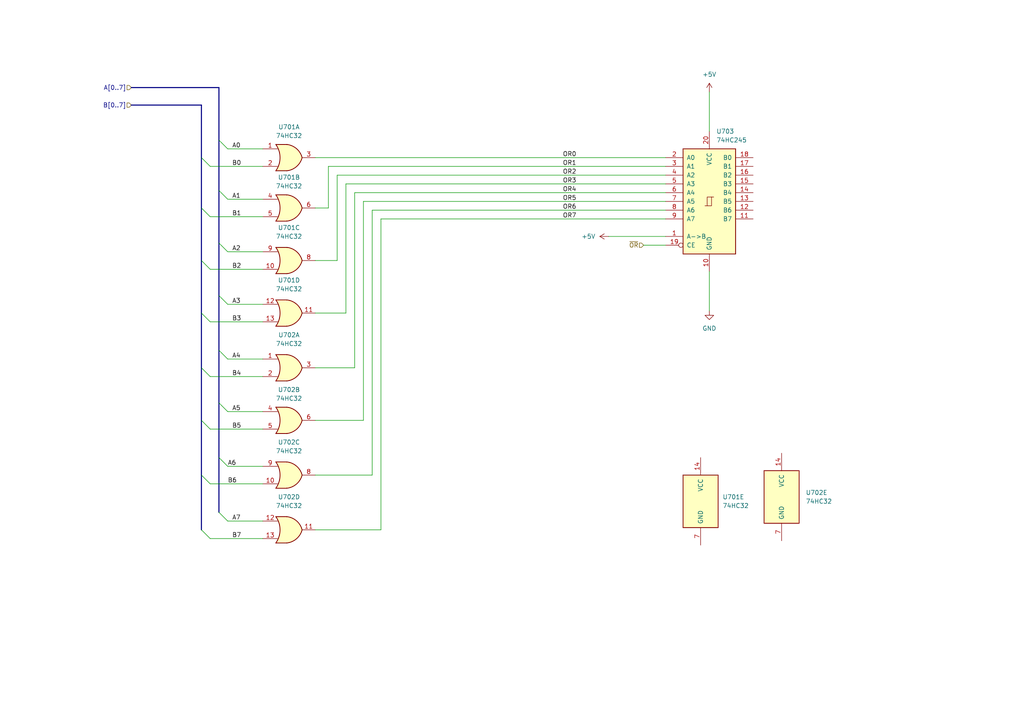
<source format=kicad_sch>
(kicad_sch (version 20211123) (generator eeschema)
  (paper "A4")
  (lib_symbols
    (symbol "74xx:74HC245" (pin_names (offset 1.016))
      (property "Reference" "U" (at -7.62 16.51 0))
      (property "Value" "74HC245" (at -7.62 -16.51 0))
      (symbol "74HC245_1_0"
        (polyline (pts (xy -0.635 -1.27) (xy -0.635 1.27) (xy 0.635 1.27)))
        (polyline (pts (xy -1.27 -1.27) (xy 0.635 -1.27) (xy 0.635 1.27) (xy 1.27 1.27)))
        (pin input line (at -12.7 -10.16 0) (length 5.08) (name "A->B") (number "1"))
        (pin power_in line (at 0 -20.32 90) (length 5.08) (name "GND") (number "10"))
        (pin tri_state line (at 12.7 -5.08 180) (length 5.08) (name "B7") (number "11"))
        (pin tri_state line (at 12.7 -2.54 180) (length 5.08) (name "B6") (number "12"))
        (pin tri_state line (at 12.7 0 180) (length 5.08) (name "B5") (number "13"))
        (pin tri_state line (at 12.7 2.54 180) (length 5.08) (name "B4") (number "14"))
        (pin tri_state line (at 12.7 5.08 180) (length 5.08) (name "B3") (number "15"))
        (pin tri_state line (at 12.7 7.62 180) (length 5.08) (name "B2") (number "16"))
        (pin tri_state line (at 12.7 10.16 180) (length 5.08) (name "B1") (number "17"))
        (pin tri_state line (at 12.7 12.7 180) (length 5.08) (name "B0") (number "18"))
        (pin input inverted (at -12.7 -12.7 0) (length 5.08) (name "CE") (number "19"))
        (pin tri_state line (at -12.7 12.7 0) (length 5.08) (name "A0") (number "2"))
        (pin power_in line (at 0 20.32 270) (length 5.08) (name "VCC") (number "20"))
        (pin tri_state line (at -12.7 10.16 0) (length 5.08) (name "A1") (number "3"))
        (pin tri_state line (at -12.7 7.62 0) (length 5.08) (name "A2") (number "4"))
        (pin tri_state line (at -12.7 5.08 0) (length 5.08) (name "A3") (number "5"))
        (pin tri_state line (at -12.7 2.54 0) (length 5.08) (name "A4") (number "6"))
        (pin tri_state line (at -12.7 0 0) (length 5.08) (name "A5") (number "7"))
        (pin tri_state line (at -12.7 -2.54 0) (length 5.08) (name "A6") (number "8"))
        (pin tri_state line (at -12.7 -5.08 0) (length 5.08) (name "A7") (number "9"))
      )
      (symbol "74HC245_1_1"
        (rectangle (start -7.62 15.24) (end 7.62 -15.24) (stroke (width 0.254)) (fill (type background)))
      )
    )
    (symbol "74xx:74LS32" (pin_names (offset 1.016))
      (property "Reference" "U" (at 0 1.27 0))
      (property "Value" "74LS32" (at 0 -1.27 0))
      (symbol "74LS32_1_1"
        (arc (start -3.81 -3.81) (mid -2.589 0) (end -3.81 3.81) (stroke (width 0.254)))
        (arc (start -0.6096 -3.81) (mid 2.1842 -2.5851) (end 3.81 0) (stroke (width 0.254)) (fill (type background)))
        (polyline (pts (xy -3.81 -3.81) (xy -0.635 -3.81)) (stroke (width 0.254)) (fill (type background)))
        (polyline (pts (xy -3.81 3.81) (xy -0.635 3.81)) (stroke (width 0.254)) (fill (type background)))
        (polyline (pts (xy -0.635 3.81) (xy -3.81 3.81) (xy -3.81 3.81) (xy -3.556 3.4036) (xy -3.0226 2.2606) (xy -2.6924 1.0414) (xy -2.6162 -0.254) (xy -2.7686 -1.4986) (xy -3.175 -2.7178) (xy -3.81 -3.81) (xy -3.81 -3.81) (xy -0.635 -3.81)) (stroke (width -25.4)) (fill (type background)))
        (arc (start 3.81 0) (mid 2.1915 2.5936) (end -0.6096 3.81) (stroke (width 0.254)) (fill (type background)))
        (pin input line (at -7.62 2.54 0) (length 4.318) (name "~") (number "1"))
        (pin input line (at -7.62 -2.54 0) (length 4.318) (name "~") (number "2"))
        (pin output line (at 7.62 0 180) (length 3.81) (name "~") (number "3"))
      )
      (symbol "74LS32_1_2"
        (arc (start 0 -3.81) (mid 3.81 0) (end 0 3.81) (stroke (width 0.254)) (fill (type background)))
        (polyline (pts (xy 0 3.81) (xy -3.81 3.81) (xy -3.81 -3.81) (xy 0 -3.81)) (stroke (width 0.254)) (fill (type background)))
        (pin input inverted (at -7.62 2.54 0) (length 3.81) (name "~") (number "1"))
        (pin input inverted (at -7.62 -2.54 0) (length 3.81) (name "~") (number "2"))
        (pin output inverted (at 7.62 0 180) (length 3.81) (name "~") (number "3"))
      )
      (symbol "74LS32_2_1"
        (arc (start -3.81 -3.81) (mid -2.589 0) (end -3.81 3.81) (stroke (width 0.254)))
        (arc (start -0.6096 -3.81) (mid 2.1842 -2.5851) (end 3.81 0) (stroke (width 0.254)) (fill (type background)))
        (polyline (pts (xy -3.81 -3.81) (xy -0.635 -3.81)) (stroke (width 0.254)) (fill (type background)))
        (polyline (pts (xy -3.81 3.81) (xy -0.635 3.81)) (stroke (width 0.254)) (fill (type background)))
        (polyline (pts (xy -0.635 3.81) (xy -3.81 3.81) (xy -3.81 3.81) (xy -3.556 3.4036) (xy -3.0226 2.2606) (xy -2.6924 1.0414) (xy -2.6162 -0.254) (xy -2.7686 -1.4986) (xy -3.175 -2.7178) (xy -3.81 -3.81) (xy -3.81 -3.81) (xy -0.635 -3.81)) (stroke (width -25.4)) (fill (type background)))
        (arc (start 3.81 0) (mid 2.1915 2.5936) (end -0.6096 3.81) (stroke (width 0.254)) (fill (type background)))
        (pin input line (at -7.62 2.54 0) (length 4.318) (name "~") (number "4"))
        (pin input line (at -7.62 -2.54 0) (length 4.318) (name "~") (number "5"))
        (pin output line (at 7.62 0 180) (length 3.81) (name "~") (number "6"))
      )
      (symbol "74LS32_2_2"
        (arc (start 0 -3.81) (mid 3.81 0) (end 0 3.81) (stroke (width 0.254)) (fill (type background)))
        (polyline (pts (xy 0 3.81) (xy -3.81 3.81) (xy -3.81 -3.81) (xy 0 -3.81)) (stroke (width 0.254)) (fill (type background)))
        (pin input inverted (at -7.62 2.54 0) (length 3.81) (name "~") (number "4"))
        (pin input inverted (at -7.62 -2.54 0) (length 3.81) (name "~") (number "5"))
        (pin output inverted (at 7.62 0 180) (length 3.81) (name "~") (number "6"))
      )
      (symbol "74LS32_3_1"
        (arc (start -3.81 -3.81) (mid -2.589 0) (end -3.81 3.81) (stroke (width 0.254)))
        (arc (start -0.6096 -3.81) (mid 2.1842 -2.5851) (end 3.81 0) (stroke (width 0.254)) (fill (type background)))
        (polyline (pts (xy -3.81 -3.81) (xy -0.635 -3.81)) (stroke (width 0.254)) (fill (type background)))
        (polyline (pts (xy -3.81 3.81) (xy -0.635 3.81)) (stroke (width 0.254)) (fill (type background)))
        (polyline (pts (xy -0.635 3.81) (xy -3.81 3.81) (xy -3.81 3.81) (xy -3.556 3.4036) (xy -3.0226 2.2606) (xy -2.6924 1.0414) (xy -2.6162 -0.254) (xy -2.7686 -1.4986) (xy -3.175 -2.7178) (xy -3.81 -3.81) (xy -3.81 -3.81) (xy -0.635 -3.81)) (stroke (width -25.4)) (fill (type background)))
        (arc (start 3.81 0) (mid 2.1915 2.5936) (end -0.6096 3.81) (stroke (width 0.254)) (fill (type background)))
        (pin input line (at -7.62 -2.54 0) (length 4.318) (name "~") (number "10"))
        (pin output line (at 7.62 0 180) (length 3.81) (name "~") (number "8"))
        (pin input line (at -7.62 2.54 0) (length 4.318) (name "~") (number "9"))
      )
      (symbol "74LS32_3_2"
        (arc (start 0 -3.81) (mid 3.81 0) (end 0 3.81) (stroke (width 0.254)) (fill (type background)))
        (polyline (pts (xy 0 3.81) (xy -3.81 3.81) (xy -3.81 -3.81) (xy 0 -3.81)) (stroke (width 0.254)) (fill (type background)))
        (pin input inverted (at -7.62 -2.54 0) (length 3.81) (name "~") (number "10"))
        (pin output inverted (at 7.62 0 180) (length 3.81) (name "~") (number "8"))
        (pin input inverted (at -7.62 2.54 0) (length 3.81) (name "~") (number "9"))
      )
      (symbol "74LS32_4_1"
        (arc (start -3.81 -3.81) (mid -2.589 0) (end -3.81 3.81) (stroke (width 0.254)))
        (arc (start -0.6096 -3.81) (mid 2.1842 -2.5851) (end 3.81 0) (stroke (width 0.254)) (fill (type background)))
        (polyline (pts (xy -3.81 -3.81) (xy -0.635 -3.81)) (stroke (width 0.254)) (fill (type background)))
        (polyline (pts (xy -3.81 3.81) (xy -0.635 3.81)) (stroke (width 0.254)) (fill (type background)))
        (polyline (pts (xy -0.635 3.81) (xy -3.81 3.81) (xy -3.81 3.81) (xy -3.556 3.4036) (xy -3.0226 2.2606) (xy -2.6924 1.0414) (xy -2.6162 -0.254) (xy -2.7686 -1.4986) (xy -3.175 -2.7178) (xy -3.81 -3.81) (xy -3.81 -3.81) (xy -0.635 -3.81)) (stroke (width -25.4)) (fill (type background)))
        (arc (start 3.81 0) (mid 2.1915 2.5936) (end -0.6096 3.81) (stroke (width 0.254)) (fill (type background)))
        (pin output line (at 7.62 0 180) (length 3.81) (name "~") (number "11"))
        (pin input line (at -7.62 2.54 0) (length 4.318) (name "~") (number "12"))
        (pin input line (at -7.62 -2.54 0) (length 4.318) (name "~") (number "13"))
      )
      (symbol "74LS32_4_2"
        (arc (start 0 -3.81) (mid 3.81 0) (end 0 3.81) (stroke (width 0.254)) (fill (type background)))
        (polyline (pts (xy 0 3.81) (xy -3.81 3.81) (xy -3.81 -3.81) (xy 0 -3.81)) (stroke (width 0.254)) (fill (type background)))
        (pin output inverted (at 7.62 0 180) (length 3.81) (name "~") (number "11"))
        (pin input inverted (at -7.62 2.54 0) (length 3.81) (name "~") (number "12"))
        (pin input inverted (at -7.62 -2.54 0) (length 3.81) (name "~") (number "13"))
      )
      (symbol "74LS32_5_0"
        (pin power_in line (at 0 12.7 270) (length 5.08) (name "VCC") (number "14"))
        (pin power_in line (at 0 -12.7 90) (length 5.08) (name "GND") (number "7"))
      )
      (symbol "74LS32_5_1"
        (rectangle (start -5.08 7.62) (end 5.08 -7.62) (stroke (width 0.254)) (fill (type background)))
      )
    )
    (symbol "power:+5V" (power) (pin_names (offset 0))
      (property "Value" "+5V" (at 0 3.556 0))
      (symbol "+5V_0_1"
        (polyline (pts (xy -0.762 1.27) (xy 0 2.54)))
        (polyline (pts (xy 0 0) (xy 0 2.54)))
        (polyline (pts (xy 0 2.54) (xy 0.762 1.27)))
      )
      (symbol "+5V_1_1"
        (pin power_in line (at 0 0 90) (length 0) hide (name "+5V") (number "1"))
      )
    )
    (symbol "power:GND" (power) (pin_names (offset 0))
      (property "Value" "GND" (at 0 -3.81 0))
      (symbol "GND_0_1"
        (polyline (pts (xy 0 0) (xy 0 -1.27) (xy 1.27 -1.27) (xy 0 -2.54) (xy -1.27 -1.27) (xy 0 -1.27)))
      )
      (symbol "GND_1_1"
        (pin power_in line (at 0 0 270) (length 0) hide (name "GND") (number "1"))
      )
    )
  )
  (bus_entry (at 63.5 70.485) (size 2.54 2.54))
  (bus_entry (at 58.42 106.68) (size 2.54 2.54))
  (bus_entry (at 63.5 55.245) (size 2.54 2.54))
  (bus_entry (at 63.5 40.64) (size 2.54 2.54))
  (bus_entry (at 58.42 137.795) (size 2.54 2.54))
  (bus_entry (at 63.5 132.715) (size 2.54 2.54))
  (bus_entry (at 58.42 75.565) (size 2.54 2.54))
  (bus_entry (at 58.42 60.325) (size 2.54 2.54))
  (bus_entry (at 63.5 116.84) (size 2.54 2.54))
  (bus_entry (at 63.5 148.59) (size 2.54 2.54))
  (bus_entry (at 58.42 153.67) (size 2.54 2.54))
  (bus_entry (at 58.42 121.92) (size 2.54 2.54))
  (bus_entry (at 58.42 45.72) (size 2.54 2.54))
  (bus_entry (at 58.42 90.805) (size 2.54 2.54))
  (bus_entry (at 63.5 85.725) (size 2.54 2.54))
  (bus_entry (at 63.5 101.6) (size 2.54 2.54))
  (wire (pts (xy 91.44 121.92) (xy 105.41 121.92)))
  (wire (pts (xy 91.44 60.325) (xy 95.25 60.325)))
  (wire (pts (xy 66.04 151.13) (xy 76.2 151.13)))
  (bus (pts (xy 63.5 70.485) (xy 63.5 85.725)))
  (wire (pts (xy 105.41 58.42) (xy 193.04 58.42)))
  (bus (pts (xy 58.42 137.795) (xy 58.42 153.67)))
  (bus (pts (xy 58.42 106.68) (xy 58.42 121.92)))
  (bus (pts (xy 38.1 25.4) (xy 63.5 25.4)))
  (wire (pts (xy 60.96 62.865) (xy 76.2 62.865)))
  (wire (pts (xy 107.95 137.795) (xy 91.44 137.795)))
  (bus (pts (xy 58.42 121.92) (xy 58.42 137.795)))
  (wire (pts (xy 205.74 78.74) (xy 205.74 90.17)))
  (bus (pts (xy 58.42 30.48) (xy 58.42 45.72)))
  (wire (pts (xy 91.44 45.72) (xy 193.04 45.72)))
  (wire (pts (xy 60.96 140.335) (xy 76.2 140.335)))
  (bus (pts (xy 58.42 75.565) (xy 58.42 90.805)))
  (bus (pts (xy 63.5 101.6) (xy 63.5 116.84)))
  (wire (pts (xy 60.96 93.345) (xy 76.2 93.345)))
  (wire (pts (xy 102.87 55.88) (xy 193.04 55.88)))
  (bus (pts (xy 63.5 132.715) (xy 63.5 148.59)))
  (wire (pts (xy 105.41 121.92) (xy 105.41 58.42)))
  (wire (pts (xy 66.04 43.18) (xy 76.2 43.18)))
  (wire (pts (xy 60.96 48.26) (xy 76.2 48.26)))
  (wire (pts (xy 110.49 153.67) (xy 110.49 63.5)))
  (wire (pts (xy 102.87 106.68) (xy 91.44 106.68)))
  (wire (pts (xy 66.04 104.14) (xy 76.2 104.14)))
  (wire (pts (xy 100.33 53.34) (xy 100.33 90.805)))
  (bus (pts (xy 58.42 90.805) (xy 58.42 106.68)))
  (wire (pts (xy 60.96 124.46) (xy 76.2 124.46)))
  (bus (pts (xy 58.42 45.72) (xy 58.42 60.325)))
  (wire (pts (xy 107.95 60.96) (xy 193.04 60.96)))
  (wire (pts (xy 60.96 78.105) (xy 76.2 78.105)))
  (wire (pts (xy 91.44 90.805) (xy 100.33 90.805)))
  (wire (pts (xy 100.33 53.34) (xy 193.04 53.34)))
  (wire (pts (xy 95.25 60.325) (xy 95.25 48.26)))
  (wire (pts (xy 97.79 50.8) (xy 97.79 75.565)))
  (wire (pts (xy 102.87 55.88) (xy 102.87 106.68)))
  (bus (pts (xy 38.1 30.48) (xy 58.42 30.48)))
  (wire (pts (xy 66.04 73.025) (xy 76.2 73.025)))
  (bus (pts (xy 63.5 25.4) (xy 63.5 40.64)))
  (wire (pts (xy 110.49 63.5) (xy 193.04 63.5)))
  (wire (pts (xy 186.69 71.12) (xy 193.04 71.12)))
  (wire (pts (xy 176.53 68.58) (xy 193.04 68.58)))
  (wire (pts (xy 66.04 57.785) (xy 76.2 57.785)))
  (bus (pts (xy 63.5 116.84) (xy 63.5 132.715)))
  (bus (pts (xy 63.5 85.725) (xy 63.5 101.6)))
  (bus (pts (xy 63.5 55.245) (xy 63.5 70.485)))
  (wire (pts (xy 97.79 50.8) (xy 193.04 50.8)))
  (wire (pts (xy 66.04 119.38) (xy 76.2 119.38)))
  (wire (pts (xy 60.96 156.21) (xy 76.2 156.21)))
  (bus (pts (xy 63.5 40.64) (xy 63.5 55.245)))
  (wire (pts (xy 95.25 48.26) (xy 193.04 48.26)))
  (wire (pts (xy 107.95 60.96) (xy 107.95 137.795)))
  (wire (pts (xy 66.04 88.265) (xy 76.2 88.265)))
  (wire (pts (xy 91.44 153.67) (xy 110.49 153.67)))
  (bus (pts (xy 58.42 60.325) (xy 58.42 75.565)))
  (wire (pts (xy 60.96 109.22) (xy 76.2 109.22)))
  (wire (pts (xy 66.04 135.255) (xy 76.2 135.255)))
  (wire (pts (xy 205.74 26.67) (xy 205.74 38.1)))
  (wire (pts (xy 91.44 75.565) (xy 97.79 75.565)))
  (label "B3" (at 67.31 93.345 0))
  (label "B5" (at 67.31 124.46 0))
  (label "A2" (at 67.31 73.025 0))
  (label "OR0" (at 163.195 45.72 0))
  (label "A5" (at 67.31 119.38 0))
  (label "A7" (at 67.31 151.13 0))
  (label "B6" (at 66.04 140.335 0))
  (label "A3" (at 67.31 88.265 0))
  (label "B0" (at 67.31 48.26 0))
  (label "A0" (at 67.31 43.18 0))
  (label "A4" (at 67.31 104.14 0))
  (label "OR1" (at 163.195 48.26 0))
  (label "OR6" (at 163.195 60.96 0))
  (label "B2" (at 67.31 78.105 0))
  (label "A1" (at 67.31 57.785 0))
  (label "OR7" (at 163.195 63.5 0))
  (label "B4" (at 67.31 109.22 0))
  (label "OR2" (at 163.195 50.8 0))
  (label "OR4" (at 163.195 55.88 0))
  (label "A6" (at 66.04 135.255 0))
  (label "OR5" (at 163.195 58.42 0))
  (label "OR3" (at 163.195 53.34 0))
  (label "B1" (at 67.31 62.865 0))
  (label "B7" (at 67.31 156.21 0))
  (hierarchical_label "A[0..7]" (shape input) (at 38.1 25.4 180))
  (hierarchical_label "B[0..7]" (shape input) (at 38.1 30.48 180))
  (hierarchical_label "~{OR}" (shape input) (at 186.69 71.12 180))
  (symbol (lib_id "power:+5V") (at 205.74 26.67 0) (unit 1)
    (property "Reference" "#PWR0702" (effects hide))
    (property "Value" "+5V" (at 205.74 21.59 0))
  )
  (symbol (lib_id "74xx:74LS32") (at 83.82 60.325 0) (unit 2)
    (property "Reference" "U701" (at 83.82 51.435 0))
    (property "Value" "74HC32" (at 83.82 53.975 0))
    (property "Footprint" "Package_DIP:DIP-14_W7.62mm_Socket" (effects hide))
    (property "Datasheet" "http://www.ti.com/lit/gpn/sn74LS32" (effects hide))
  )
  (symbol (lib_id "74xx:74LS32") (at 83.82 75.565 0) (unit 3)
    (property "Reference" "U701" (at 83.82 66.04 0))
    (property "Value" "74HC32" (at 83.82 68.58 0))
    (property "Footprint" "Package_DIP:DIP-14_W7.62mm_Socket" (effects hide))
    (property "Datasheet" "http://www.ti.com/lit/gpn/sn74LS32" (effects hide))
  )
  (symbol (lib_id "74xx:74LS32") (at 203.2 145.415 0) (unit 5)
    (property "Reference" "U701" (at 209.55 144.1449 0) (effects (justify left)))
    (property "Value" "74HC32" (at 209.55 146.6849 0) (effects (justify left)))
    (property "Footprint" "Package_DIP:DIP-14_W7.62mm_Socket" (effects hide))
    (property "Datasheet" "http://www.ti.com/lit/gpn/sn74LS32" (effects hide))
  )
  (symbol (lib_id "74xx:74LS32") (at 83.82 106.68 0) (unit 1)
    (property "Reference" "U702" (at 83.82 97.155 0))
    (property "Value" "74HC32" (at 83.82 99.695 0))
    (property "Footprint" "Package_DIP:DIP-14_W7.62mm_Socket" (effects hide))
    (property "Datasheet" "http://www.ti.com/lit/gpn/sn74LS32" (effects hide))
  )
  (symbol (lib_id "power:+5V") (at 176.53 68.58 90) (unit 1)
    (property "Reference" "#PWR0701" (effects hide))
    (property "Value" "+5V" (at 172.72 68.5799 90) (effects (justify left)))
  )
  (symbol (lib_id "74xx:74LS32") (at 83.82 121.92 0) (unit 2)
    (property "Reference" "U702" (at 83.82 113.03 0))
    (property "Value" "74HC32" (at 83.82 115.57 0))
    (property "Footprint" "Package_DIP:DIP-14_W7.62mm_Socket" (effects hide))
    (property "Datasheet" "http://www.ti.com/lit/gpn/sn74LS32" (effects hide))
  )
  (symbol (lib_id "74xx:74LS32") (at 83.82 45.72 0) (unit 1)
    (property "Reference" "U701" (at 83.82 36.83 0))
    (property "Value" "74HC32" (at 83.82 39.37 0))
    (property "Footprint" "Package_DIP:DIP-14_W7.62mm_Socket" (effects hide))
    (property "Datasheet" "http://www.ti.com/lit/gpn/sn74LS32" (effects hide))
  )
  (symbol (lib_id "74xx:74LS32") (at 83.82 153.67 0) (unit 4)
    (property "Reference" "U702" (at 83.82 144.145 0))
    (property "Value" "74HC32" (at 83.82 146.685 0))
    (property "Footprint" "Package_DIP:DIP-14_W7.62mm_Socket" (effects hide))
    (property "Datasheet" "http://www.ti.com/lit/gpn/sn74LS32" (effects hide))
  )
  (symbol (lib_id "74xx:74LS32") (at 226.695 144.145 0) (unit 5)
    (property "Reference" "U702" (at 233.68 142.8749 0) (effects (justify left)))
    (property "Value" "74HC32" (at 233.68 145.4149 0) (effects (justify left)))
    (property "Footprint" "Package_DIP:DIP-14_W7.62mm_Socket" (effects hide))
    (property "Datasheet" "http://www.ti.com/lit/gpn/sn74LS32" (effects hide))
  )
  (symbol (lib_id "74xx:74HC245") (at 205.74 58.42 0) (unit 1)
    (property "Reference" "U703" (at 207.7594 38.1 0) (effects (justify left)))
    (property "Value" "74HC245" (at 207.7594 40.64 0) (effects (justify left)))
    (property "Footprint" "Package_SO:SOIC-20W_7.5x12.8mm_P1.27mm" (effects hide))
    (property "Datasheet" "http://www.ti.com/lit/gpn/sn74HC245" (effects hide))
    (property "LCSC" "C5625" (effects hide))
  )
  (symbol (lib_id "power:GND") (at 205.74 90.17 0) (unit 1)
    (property "Reference" "#PWR0703" (effects hide))
    (property "Value" "GND" (at 205.74 95.25 0))
  )
  (symbol (lib_id "74xx:74LS32") (at 83.82 90.805 0) (unit 4)
    (property "Reference" "U701" (at 83.82 81.28 0))
    (property "Value" "74HC32" (at 83.82 83.82 0))
    (property "Footprint" "Package_DIP:DIP-14_W7.62mm_Socket" (effects hide))
    (property "Datasheet" "http://www.ti.com/lit/gpn/sn74LS32" (effects hide))
  )
  (symbol (lib_id "74xx:74LS32") (at 83.82 137.795 0) (unit 3)
    (property "Reference" "U702" (at 83.82 128.27 0))
    (property "Value" "74HC32" (at 83.82 130.81 0))
    (property "Footprint" "Package_DIP:DIP-14_W7.62mm_Socket" (effects hide))
    (property "Datasheet" "http://www.ti.com/lit/gpn/sn74LS32" (effects hide))
  )
)
</source>
